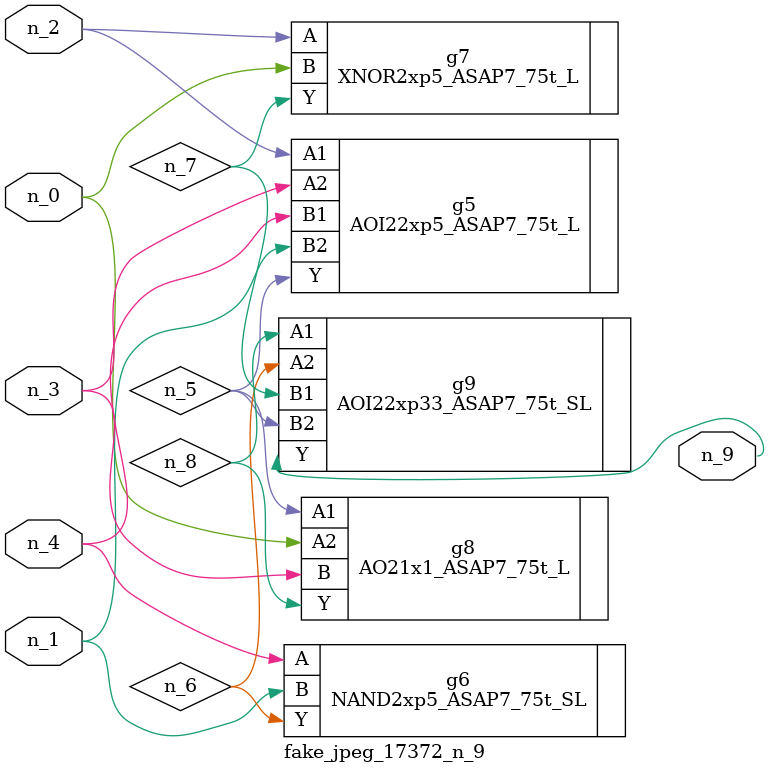
<source format=v>
module fake_jpeg_17372_n_9 (n_3, n_2, n_1, n_0, n_4, n_9);

input n_3;
input n_2;
input n_1;
input n_0;
input n_4;

output n_9;

wire n_8;
wire n_6;
wire n_5;
wire n_7;

AOI22xp5_ASAP7_75t_L g5 ( 
.A1(n_2),
.A2(n_3),
.B1(n_4),
.B2(n_1),
.Y(n_5)
);

NAND2xp5_ASAP7_75t_SL g6 ( 
.A(n_4),
.B(n_1),
.Y(n_6)
);

XNOR2xp5_ASAP7_75t_L g7 ( 
.A(n_2),
.B(n_0),
.Y(n_7)
);

AO21x1_ASAP7_75t_L g8 ( 
.A1(n_5),
.A2(n_0),
.B(n_3),
.Y(n_8)
);

AOI22xp33_ASAP7_75t_SL g9 ( 
.A1(n_8),
.A2(n_6),
.B1(n_7),
.B2(n_5),
.Y(n_9)
);


endmodule
</source>
